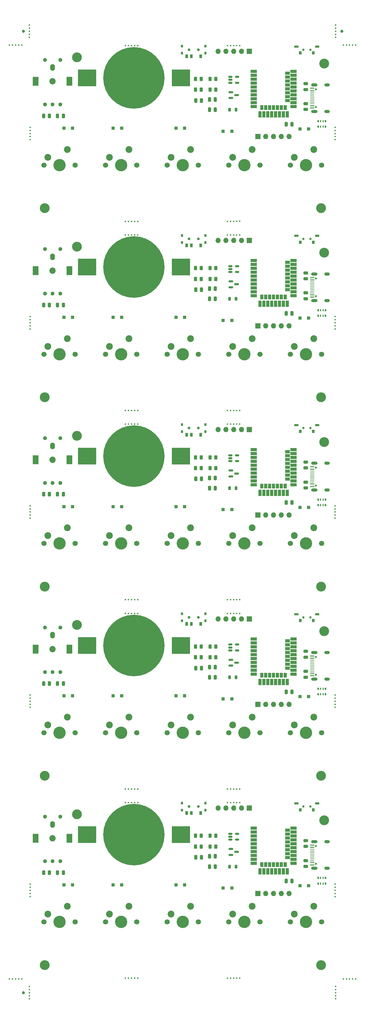
<source format=gbr>
%TF.GenerationSoftware,KiCad,Pcbnew,7.0.5*%
%TF.CreationDate,2023-06-14T21:03:38-05:00*%
%TF.ProjectId,MeetupKeebpanel,4d656574-7570-44b6-9565-6270616e656c,rev?*%
%TF.SameCoordinates,Original*%
%TF.FileFunction,Soldermask,Top*%
%TF.FilePolarity,Negative*%
%FSLAX46Y46*%
G04 Gerber Fmt 4.6, Leading zero omitted, Abs format (unit mm)*
G04 Created by KiCad (PCBNEW 7.0.5) date 2023-06-14 21:03:38*
%MOMM*%
%LPD*%
G01*
G04 APERTURE LIST*
G04 Aperture macros list*
%AMRoundRect*
0 Rectangle with rounded corners*
0 $1 Rounding radius*
0 $2 $3 $4 $5 $6 $7 $8 $9 X,Y pos of 4 corners*
0 Add a 4 corners polygon primitive as box body*
4,1,4,$2,$3,$4,$5,$6,$7,$8,$9,$2,$3,0*
0 Add four circle primitives for the rounded corners*
1,1,$1+$1,$2,$3*
1,1,$1+$1,$4,$5*
1,1,$1+$1,$6,$7*
1,1,$1+$1,$8,$9*
0 Add four rect primitives between the rounded corners*
20,1,$1+$1,$2,$3,$4,$5,0*
20,1,$1+$1,$4,$5,$6,$7,0*
20,1,$1+$1,$6,$7,$8,$9,0*
20,1,$1+$1,$8,$9,$2,$3,0*%
G04 Aperture macros list end*
%ADD10C,0.500000*%
%ADD11C,3.200000*%
%ADD12RoundRect,0.250000X-0.300000X-0.300000X0.300000X-0.300000X0.300000X0.300000X-0.300000X0.300000X0*%
%ADD13C,1.700000*%
%ADD14C,4.000000*%
%ADD15C,2.200000*%
%ADD16C,1.000000*%
%ADD17R,1.700000X1.700000*%
%ADD18O,1.700000X1.700000*%
%ADD19RoundRect,0.250000X0.250000X0.475000X-0.250000X0.475000X-0.250000X-0.475000X0.250000X-0.475000X0*%
%ADD20RoundRect,0.250000X-0.250000X-0.475000X0.250000X-0.475000X0.250000X0.475000X-0.250000X0.475000X0*%
%ADD21R,1.450000X0.800000*%
%ADD22C,0.750000*%
%ADD23R,0.900000X1.000000*%
%ADD24R,1.900000X3.000000*%
%ADD25O,1.550000X2.200000*%
%ADD26C,2.050000*%
%ADD27C,1.300000*%
%ADD28C,0.650000*%
%ADD29R,1.400000X0.250000*%
%ADD30O,2.100000X1.000000*%
%ADD31O,1.800000X1.000000*%
%ADD32RoundRect,0.250000X-0.262500X-0.450000X0.262500X-0.450000X0.262500X0.450000X-0.262500X0.450000X0*%
%ADD33RoundRect,0.150000X-0.512500X-0.150000X0.512500X-0.150000X0.512500X0.150000X-0.512500X0.150000X0*%
%ADD34R,0.500000X0.800000*%
%ADD35R,0.400000X0.800000*%
%ADD36R,2.000000X1.000000*%
%ADD37R,1.000000X2.000000*%
%ADD38R,1.000000X1.500000*%
%ADD39R,1.500000X1.000000*%
%ADD40C,0.900000*%
%ADD41R,0.900000X1.250000*%
%ADD42R,0.800000X0.900000*%
%ADD43RoundRect,0.150000X-0.587500X-0.150000X0.587500X-0.150000X0.587500X0.150000X-0.587500X0.150000X0*%
%ADD44RoundRect,0.250000X0.475000X-0.250000X0.475000X0.250000X-0.475000X0.250000X-0.475000X-0.250000X0*%
%ADD45RoundRect,0.250000X-0.475000X0.250000X-0.475000X-0.250000X0.475000X-0.250000X0.475000X0.250000X0*%
%ADD46R,6.000000X5.500000*%
%ADD47C,20.000000*%
%ADD48RoundRect,0.218750X-0.218750X-0.381250X0.218750X-0.381250X0.218750X0.381250X-0.218750X0.381250X0*%
G04 APERTURE END LIST*
D10*
%TO.C,REF\u002A\u002A*%
X198157968Y-54749851D03*
%TD*%
D11*
%TO.C,REF\u002A\u002A*%
X103625000Y-326000000D03*
%TD*%
D12*
%TO.C,D6*%
X146362500Y-177000000D03*
X149162500Y-177000000D03*
%TD*%
D13*
%TO.C,SW6*%
X123415000Y-312000000D03*
D14*
X128495000Y-312000000D03*
D13*
X133575000Y-312000000D03*
D15*
X131035000Y-306920000D03*
X124685000Y-309460000D03*
%TD*%
D10*
%TO.C,REF\u002A\u002A*%
X96125000Y-27000000D03*
%TD*%
D13*
%TO.C,SW6*%
X123415000Y-250500000D03*
D14*
X128495000Y-250500000D03*
D13*
X133575000Y-250500000D03*
D15*
X131035000Y-245420000D03*
X124685000Y-247960000D03*
%TD*%
D10*
%TO.C,REF\u002A\u002A*%
X198156471Y-179749850D03*
%TD*%
D16*
%TO.C,REF\u002A\u002A*%
X96625000Y-22500000D03*
%TD*%
D13*
%TO.C,SW10*%
X163555000Y-189000000D03*
D14*
X168635000Y-189000000D03*
D13*
X173715000Y-189000000D03*
D15*
X171175000Y-183920000D03*
X164825000Y-186460000D03*
%TD*%
D10*
%TO.C,REF\u002A\u002A*%
X98625000Y-20500000D03*
%TD*%
%TO.C,REF\u002A\u002A*%
X166125000Y-273200000D03*
%TD*%
D17*
%TO.C,J1*%
X173005000Y-179750000D03*
D18*
X175545000Y-179750000D03*
X178085000Y-179750000D03*
X180625000Y-179750000D03*
X183165000Y-179750000D03*
%TD*%
D19*
%TO.C,C10*%
X105162500Y-111500000D03*
X103262500Y-111500000D03*
%TD*%
D10*
%TO.C,REF\u002A\u002A*%
X203875000Y-27000000D03*
%TD*%
%TO.C,REF\u002A\u002A*%
X93125000Y-330500000D03*
%TD*%
D13*
%TO.C,SW7*%
X143485000Y-250500000D03*
D14*
X148565000Y-250500000D03*
D13*
X153645000Y-250500000D03*
D15*
X151105000Y-245420000D03*
X144755000Y-247960000D03*
%TD*%
D10*
%TO.C,REF\u002A\u002A*%
X164124920Y-207276037D03*
%TD*%
%TO.C,REF\u002A\u002A*%
X167124920Y-268774849D03*
%TD*%
D20*
%TO.C,C7*%
X157262500Y-106180000D03*
X159162500Y-106180000D03*
%TD*%
D13*
%TO.C,SW13*%
X183625000Y-127500000D03*
D14*
X188705000Y-127500000D03*
D13*
X193785000Y-127500000D03*
D15*
X191245000Y-122420000D03*
X184895000Y-124960000D03*
%TD*%
D10*
%TO.C,REF\u002A\u002A*%
X132875000Y-150200000D03*
%TD*%
D21*
%TO.C,SW1*%
X192350000Y-27500000D03*
D22*
X190125000Y-28500000D03*
X187825000Y-28500000D03*
D21*
X185600000Y-27500000D03*
D23*
X191075000Y-29550000D03*
X186875000Y-29550000D03*
%TD*%
D24*
%TO.C,SW2*%
X100662500Y-161800000D03*
D25*
X106162500Y-157300000D03*
D26*
X106162500Y-161800000D03*
D24*
X111662500Y-161800000D03*
D27*
X103662500Y-169300000D03*
X108662500Y-169300000D03*
X106162500Y-169300000D03*
X103662500Y-154800000D03*
X108662500Y-154800000D03*
%TD*%
D10*
%TO.C,REF\u002A\u002A*%
X130874921Y-145789206D03*
%TD*%
D13*
%TO.C,SW10*%
X163555000Y-66000000D03*
D14*
X168635000Y-66000000D03*
D13*
X173715000Y-66000000D03*
D15*
X171175000Y-60920000D03*
X164825000Y-63460000D03*
%TD*%
D28*
%TO.C,P1*%
X191937500Y-170140000D03*
X191937500Y-164360000D03*
D29*
X190737500Y-170575000D03*
X190737500Y-169775000D03*
X190737500Y-168500000D03*
X190737500Y-167500000D03*
X190737500Y-167000000D03*
X190737500Y-169000000D03*
X190737500Y-164725000D03*
X190737500Y-163925000D03*
X190737500Y-164175000D03*
X190737500Y-164975000D03*
X190737500Y-165500000D03*
X190737500Y-166500000D03*
X190737500Y-168000000D03*
X190737500Y-166000000D03*
X190737500Y-169525000D03*
X190737500Y-170325000D03*
D30*
X191437500Y-171570000D03*
D31*
X195587500Y-171570000D03*
D30*
X191437500Y-162930000D03*
D31*
X195587500Y-162930000D03*
%TD*%
D10*
%TO.C,REF\u002A\u002A*%
X166124920Y-268775245D03*
%TD*%
%TO.C,REF\u002A\u002A*%
X98825000Y-57750000D03*
%TD*%
%TO.C,REF\u002A\u002A*%
X165124920Y-268775641D03*
%TD*%
D20*
%TO.C,C8*%
X157262500Y-294000000D03*
X159162500Y-294000000D03*
%TD*%
D32*
%TO.C,C5*%
X152750000Y-284000000D03*
X154575000Y-284000000D03*
%TD*%
D10*
%TO.C,REF\u002A\u002A*%
X198157219Y-240249850D03*
%TD*%
D13*
%TO.C,SW7*%
X143485000Y-127500000D03*
D14*
X148565000Y-127500000D03*
D13*
X153645000Y-127500000D03*
D15*
X151105000Y-122420000D03*
X144755000Y-124960000D03*
%TD*%
D21*
%TO.C,SW1*%
X192350000Y-150500000D03*
D22*
X190125000Y-151500000D03*
X187825000Y-151500000D03*
D21*
X185600000Y-150500000D03*
D23*
X191075000Y-152550000D03*
X186875000Y-152550000D03*
%TD*%
D13*
%TO.C,SW5*%
X103345000Y-250500000D03*
D14*
X108425000Y-250500000D03*
D13*
X113505000Y-250500000D03*
D15*
X110965000Y-245420000D03*
X104615000Y-247960000D03*
%TD*%
D10*
%TO.C,REF\u002A\u002A*%
X131874921Y-330288810D03*
%TD*%
%TO.C,REF\u002A\u002A*%
X95125000Y-330500000D03*
%TD*%
%TO.C,REF\u002A\u002A*%
X132875000Y-27200000D03*
%TD*%
D11*
%TO.C,REF\u002A\u002A*%
X194625000Y-156000000D03*
%TD*%
D10*
%TO.C,REF\u002A\u002A*%
X166124920Y-330275245D03*
%TD*%
%TO.C,REF\u002A\u002A*%
X164125000Y-211700000D03*
%TD*%
D17*
%TO.C,J2*%
X170205000Y-90500000D03*
D18*
X167665000Y-90500000D03*
X165125000Y-90500000D03*
X162585000Y-90500000D03*
X160045000Y-90500000D03*
%TD*%
D33*
%TO.C,U2*%
X164025000Y-283350000D03*
X164025000Y-284300000D03*
X164025000Y-285250000D03*
X166300000Y-285250000D03*
X166300000Y-283350000D03*
%TD*%
D17*
%TO.C,J2*%
X170205000Y-275000000D03*
D18*
X167665000Y-275000000D03*
X165125000Y-275000000D03*
X162585000Y-275000000D03*
X160045000Y-275000000D03*
%TD*%
D20*
%TO.C,C4*%
X152762500Y-45000000D03*
X154662500Y-45000000D03*
%TD*%
D10*
%TO.C,REF\u002A\u002A*%
X166124920Y-207275245D03*
%TD*%
D19*
%TO.C,C10*%
X105162500Y-173000000D03*
X103262500Y-173000000D03*
%TD*%
D10*
%TO.C,REF\u002A\u002A*%
X94125000Y-27000000D03*
%TD*%
%TO.C,REF\u002A\u002A*%
X198157968Y-116249850D03*
%TD*%
D34*
%TO.C,RN1*%
X192675000Y-53500000D03*
D35*
X193475000Y-53500000D03*
X194275000Y-53500000D03*
D34*
X195075000Y-53500000D03*
X195075000Y-51700000D03*
D35*
X194275000Y-51700000D03*
X193475000Y-51700000D03*
D34*
X192675000Y-51700000D03*
%TD*%
D10*
%TO.C,REF\u002A\u002A*%
X198158717Y-176749850D03*
%TD*%
%TO.C,REF\u002A\u002A*%
X167125000Y-27200000D03*
%TD*%
%TO.C,REF\u002A\u002A*%
X129874921Y-330289602D03*
%TD*%
%TO.C,REF\u002A\u002A*%
X98825000Y-238250000D03*
%TD*%
%TO.C,REF\u002A\u002A*%
X98825000Y-242250000D03*
%TD*%
%TO.C,REF\u002A\u002A*%
X163124920Y-207276433D03*
%TD*%
D16*
%TO.C,REF\u002A\u002A*%
X200375000Y-22500000D03*
%TD*%
D10*
%TO.C,REF\u002A\u002A*%
X131875000Y-273200000D03*
%TD*%
D17*
%TO.C,J1*%
X173005000Y-302750000D03*
D18*
X175545000Y-302750000D03*
X178085000Y-302750000D03*
X180625000Y-302750000D03*
X183165000Y-302750000D03*
%TD*%
D10*
%TO.C,REF\u002A\u002A*%
X132874921Y-207288414D03*
%TD*%
D12*
%TO.C,D4*%
X109862500Y-238500000D03*
X112662500Y-238500000D03*
%TD*%
D10*
%TO.C,REF\u002A\u002A*%
X166124920Y-84275245D03*
%TD*%
D24*
%TO.C,SW2*%
X100662500Y-38800000D03*
D25*
X106162500Y-34300000D03*
D26*
X106162500Y-38800000D03*
D24*
X111662500Y-38800000D03*
D27*
X103662500Y-46300000D03*
X108662500Y-46300000D03*
X106162500Y-46300000D03*
X103662500Y-31800000D03*
X108662500Y-31800000D03*
%TD*%
D10*
%TO.C,REF\u002A\u002A*%
X132875000Y-88700000D03*
%TD*%
D11*
%TO.C,REF\u002A\u002A*%
X114125000Y-154000000D03*
%TD*%
D32*
%TO.C,R2*%
X157450000Y-38000000D03*
X159275000Y-38000000D03*
%TD*%
D10*
%TO.C,REF\u002A\u002A*%
X198156471Y-302749850D03*
%TD*%
%TO.C,REF\u002A\u002A*%
X167124920Y-84274849D03*
%TD*%
%TO.C,REF\u002A\u002A*%
X198375000Y-333000000D03*
%TD*%
%TO.C,REF\u002A\u002A*%
X198155722Y-242249850D03*
%TD*%
%TO.C,REF\u002A\u002A*%
X132874921Y-330288414D03*
%TD*%
D13*
%TO.C,SW5*%
X103345000Y-189000000D03*
D14*
X108425000Y-189000000D03*
D13*
X113505000Y-189000000D03*
D15*
X110965000Y-183920000D03*
X104615000Y-186460000D03*
%TD*%
D19*
%TO.C,C10*%
X105162500Y-234500000D03*
X103262500Y-234500000D03*
%TD*%
D10*
%TO.C,REF\u002A\u002A*%
X98625000Y-335000000D03*
%TD*%
D20*
%TO.C,C4*%
X152762500Y-168000000D03*
X154662500Y-168000000D03*
%TD*%
D36*
%TO.C,U1*%
X171662500Y-35510000D03*
X171662500Y-36780000D03*
X171662500Y-38060000D03*
X171662500Y-39320000D03*
X171662500Y-40590000D03*
X171662500Y-41860000D03*
X171662500Y-43130000D03*
X171662500Y-44400000D03*
X171662500Y-45670000D03*
X171662500Y-46940000D03*
D37*
X173712500Y-49530000D03*
D38*
X174332500Y-47340000D03*
D37*
X174982500Y-49530000D03*
D38*
X175602500Y-47340000D03*
D37*
X176252500Y-49530000D03*
D38*
X176872500Y-47340000D03*
D37*
X177522500Y-49530000D03*
D38*
X178142500Y-47340000D03*
D37*
X178792500Y-49530000D03*
D38*
X179412500Y-47340000D03*
D37*
X180062500Y-49530000D03*
D38*
X180682500Y-47340000D03*
D37*
X181332500Y-49530000D03*
D38*
X181952500Y-47340000D03*
D37*
X182602500Y-49530000D03*
D36*
X184662500Y-46940000D03*
X184662500Y-45670000D03*
D39*
X182652500Y-45040000D03*
D36*
X184662500Y-44400000D03*
D39*
X182652500Y-43770000D03*
D36*
X184662500Y-43130000D03*
D39*
X182652500Y-42500000D03*
D36*
X184662500Y-41860000D03*
D39*
X182652500Y-41230000D03*
D36*
X184662500Y-40590000D03*
D39*
X182652500Y-39960000D03*
D36*
X184662500Y-39320000D03*
D39*
X182652500Y-38690000D03*
D36*
X184662500Y-38050000D03*
D39*
X182652500Y-37420000D03*
D36*
X184662500Y-36780000D03*
D39*
X182652500Y-36150000D03*
D36*
X184662500Y-35510000D03*
%TD*%
D12*
%TO.C,D12*%
X186725000Y-54250000D03*
X189525000Y-54250000D03*
%TD*%
D10*
%TO.C,REF\u002A\u002A*%
X98825000Y-119250000D03*
%TD*%
D17*
%TO.C,J2*%
X170205000Y-152000000D03*
D18*
X167665000Y-152000000D03*
X165125000Y-152000000D03*
X162585000Y-152000000D03*
X160045000Y-152000000D03*
%TD*%
D10*
%TO.C,REF\u002A\u002A*%
X165124920Y-145775641D03*
%TD*%
D40*
%TO.C,Power1*%
X150620000Y-28500000D03*
X153620000Y-28500000D03*
D41*
X149870000Y-30625000D03*
X151370000Y-30625000D03*
X154370000Y-30625000D03*
D42*
X148320000Y-27350000D03*
X148320000Y-29650000D03*
X155920000Y-27350000D03*
X155930000Y-29650000D03*
%TD*%
D19*
%TO.C,C9*%
X109662500Y-50000000D03*
X107762500Y-50000000D03*
%TD*%
D10*
%TO.C,REF\u002A\u002A*%
X98825000Y-179750000D03*
%TD*%
%TO.C,REF\u002A\u002A*%
X98825000Y-301750000D03*
%TD*%
D24*
%TO.C,SW2*%
X100662500Y-223300000D03*
D25*
X106162500Y-218800000D03*
D26*
X106162500Y-223300000D03*
D24*
X111662500Y-223300000D03*
D27*
X103662500Y-230800000D03*
X108662500Y-230800000D03*
X106162500Y-230800000D03*
X103662500Y-216300000D03*
X108662500Y-216300000D03*
%TD*%
D13*
%TO.C,SW7*%
X143485000Y-312000000D03*
D14*
X148565000Y-312000000D03*
D13*
X153645000Y-312000000D03*
D15*
X151105000Y-306920000D03*
X144755000Y-309460000D03*
%TD*%
D10*
%TO.C,REF\u002A\u002A*%
X198375000Y-22500000D03*
%TD*%
%TO.C,REF\u002A\u002A*%
X98625000Y-334000000D03*
%TD*%
%TO.C,REF\u002A\u002A*%
X204875000Y-330500000D03*
%TD*%
D20*
%TO.C,C7*%
X157262500Y-290680000D03*
X159162500Y-290680000D03*
%TD*%
D11*
%TO.C,REF\u002A\u002A*%
X193625000Y-141500000D03*
%TD*%
D10*
%TO.C,REF\u002A\u002A*%
X131874921Y-207288810D03*
%TD*%
%TO.C,REF\u002A\u002A*%
X198375000Y-20500000D03*
%TD*%
D20*
%TO.C,C3*%
X182225000Y-298700000D03*
X184125000Y-298700000D03*
%TD*%
D12*
%TO.C,D4*%
X109862500Y-54000000D03*
X112662500Y-54000000D03*
%TD*%
D11*
%TO.C,REF\u002A\u002A*%
X193625000Y-80000000D03*
%TD*%
D10*
%TO.C,REF\u002A\u002A*%
X198158717Y-299749850D03*
%TD*%
D21*
%TO.C,SW1*%
X192350000Y-89000000D03*
D22*
X190125000Y-90000000D03*
X187825000Y-90000000D03*
D21*
X185600000Y-89000000D03*
D23*
X191075000Y-91050000D03*
X186875000Y-91050000D03*
%TD*%
D10*
%TO.C,REF\u002A\u002A*%
X131875000Y-211700000D03*
%TD*%
%TO.C,REF\u002A\u002A*%
X167125000Y-88700000D03*
%TD*%
D11*
%TO.C,REF\u002A\u002A*%
X114125000Y-277000000D03*
%TD*%
D40*
%TO.C,Power1*%
X150620000Y-213000000D03*
X153620000Y-213000000D03*
D41*
X149870000Y-215125000D03*
X151370000Y-215125000D03*
X154370000Y-215125000D03*
D42*
X148320000Y-211850000D03*
X148320000Y-214150000D03*
X155920000Y-211850000D03*
X155930000Y-214150000D03*
%TD*%
D10*
%TO.C,REF\u002A\u002A*%
X167124920Y-330274849D03*
%TD*%
D21*
%TO.C,SW1*%
X192350000Y-273500000D03*
D22*
X190125000Y-274500000D03*
X187825000Y-274500000D03*
D21*
X185600000Y-273500000D03*
D23*
X191075000Y-275550000D03*
X186875000Y-275550000D03*
%TD*%
D43*
%TO.C,U3*%
X164187500Y-226800000D03*
X164187500Y-228700000D03*
X166062500Y-227750000D03*
%TD*%
D12*
%TO.C,D12*%
X186725000Y-177250000D03*
X189525000Y-177250000D03*
%TD*%
D33*
%TO.C,U2*%
X164025000Y-160350000D03*
X164025000Y-161300000D03*
X164025000Y-162250000D03*
X166300000Y-162250000D03*
X166300000Y-160350000D03*
%TD*%
D10*
%TO.C,REF\u002A\u002A*%
X198157219Y-301749850D03*
%TD*%
D11*
%TO.C,REF\u002A\u002A*%
X194625000Y-33000000D03*
%TD*%
D10*
%TO.C,REF\u002A\u002A*%
X95125000Y-27000000D03*
%TD*%
D12*
%TO.C,D5*%
X125862500Y-300000000D03*
X128662500Y-300000000D03*
%TD*%
D32*
%TO.C,C6*%
X152750000Y-103000000D03*
X154575000Y-103000000D03*
%TD*%
D10*
%TO.C,REF\u002A\u002A*%
X203875000Y-330500000D03*
%TD*%
D44*
%TO.C,C1*%
X188625000Y-225950000D03*
X188625000Y-224050000D03*
%TD*%
D34*
%TO.C,RN1*%
X192675000Y-238000000D03*
D35*
X193475000Y-238000000D03*
X194275000Y-238000000D03*
D34*
X195075000Y-238000000D03*
X195075000Y-236200000D03*
D35*
X194275000Y-236200000D03*
X193475000Y-236200000D03*
D34*
X192675000Y-236200000D03*
%TD*%
D10*
%TO.C,REF\u002A\u002A*%
X198375000Y-334000000D03*
%TD*%
%TO.C,REF\u002A\u002A*%
X133874921Y-207288018D03*
%TD*%
%TO.C,REF\u002A\u002A*%
X165125000Y-150200000D03*
%TD*%
D43*
%TO.C,U3*%
X164187500Y-165300000D03*
X164187500Y-167200000D03*
X166062500Y-166250000D03*
%TD*%
D12*
%TO.C,D6*%
X146362500Y-54000000D03*
X149162500Y-54000000D03*
%TD*%
%TO.C,D5*%
X125862500Y-177000000D03*
X128662500Y-177000000D03*
%TD*%
D20*
%TO.C,C4*%
X152762500Y-106500000D03*
X154662500Y-106500000D03*
%TD*%
D12*
%TO.C,D6*%
X146362500Y-300000000D03*
X149162500Y-300000000D03*
%TD*%
D10*
%TO.C,REF\u002A\u002A*%
X166125000Y-88700000D03*
%TD*%
D13*
%TO.C,SW5*%
X103345000Y-66000000D03*
D14*
X108425000Y-66000000D03*
D13*
X113505000Y-66000000D03*
D15*
X110965000Y-60920000D03*
X104615000Y-63460000D03*
%TD*%
D17*
%TO.C,J1*%
X173005000Y-118250000D03*
D18*
X175545000Y-118250000D03*
X178085000Y-118250000D03*
X180625000Y-118250000D03*
X183165000Y-118250000D03*
%TD*%
D32*
%TO.C,C5*%
X152750000Y-161000000D03*
X154575000Y-161000000D03*
%TD*%
%TO.C,C6*%
X152750000Y-164500000D03*
X154575000Y-164500000D03*
%TD*%
D12*
%TO.C,D12*%
X186725000Y-115750000D03*
X189525000Y-115750000D03*
%TD*%
D17*
%TO.C,J2*%
X170205000Y-213500000D03*
D18*
X167665000Y-213500000D03*
X165125000Y-213500000D03*
X162585000Y-213500000D03*
X160045000Y-213500000D03*
%TD*%
D40*
%TO.C,Power1*%
X150620000Y-151500000D03*
X153620000Y-151500000D03*
D41*
X149870000Y-153625000D03*
X151370000Y-153625000D03*
X154370000Y-153625000D03*
D42*
X148320000Y-150350000D03*
X148320000Y-152650000D03*
X155920000Y-150350000D03*
X155930000Y-152650000D03*
%TD*%
D10*
%TO.C,REF\u002A\u002A*%
X96125000Y-330500000D03*
%TD*%
%TO.C,REF\u002A\u002A*%
X198155722Y-119249850D03*
%TD*%
%TO.C,REF\u002A\u002A*%
X98825000Y-55750000D03*
%TD*%
D24*
%TO.C,SW2*%
X100662500Y-284800000D03*
D25*
X106162500Y-280300000D03*
D26*
X106162500Y-284800000D03*
D24*
X111662500Y-284800000D03*
D27*
X103662500Y-292300000D03*
X108662500Y-292300000D03*
X106162500Y-292300000D03*
X103662500Y-277800000D03*
X108662500Y-277800000D03*
%TD*%
D13*
%TO.C,SW13*%
X183625000Y-250500000D03*
D14*
X188705000Y-250500000D03*
D13*
X193785000Y-250500000D03*
D15*
X191245000Y-245420000D03*
X184895000Y-247960000D03*
%TD*%
D11*
%TO.C,REF\u002A\u002A*%
X193625000Y-326000000D03*
%TD*%
D45*
%TO.C,C2*%
X188625000Y-107550000D03*
X188625000Y-109450000D03*
%TD*%
D10*
%TO.C,REF\u002A\u002A*%
X198157968Y-300749850D03*
%TD*%
D32*
%TO.C,R2*%
X157450000Y-222500000D03*
X159275000Y-222500000D03*
%TD*%
D10*
%TO.C,REF\u002A\u002A*%
X98625000Y-336000000D03*
%TD*%
%TO.C,REF\u002A\u002A*%
X198156471Y-118249850D03*
%TD*%
D20*
%TO.C,C7*%
X157262500Y-229180000D03*
X159162500Y-229180000D03*
%TD*%
D44*
%TO.C,C1*%
X188625000Y-287450000D03*
X188625000Y-285550000D03*
%TD*%
D10*
%TO.C,REF\u002A\u002A*%
X165124920Y-207275641D03*
%TD*%
D32*
%TO.C,R3*%
X157450000Y-41500000D03*
X159275000Y-41500000D03*
%TD*%
D10*
%TO.C,REF\u002A\u002A*%
X131874921Y-84288810D03*
%TD*%
D12*
%TO.C,D5*%
X125862500Y-54000000D03*
X128662500Y-54000000D03*
%TD*%
D10*
%TO.C,REF\u002A\u002A*%
X133875000Y-273200000D03*
%TD*%
D11*
%TO.C,REF\u002A\u002A*%
X114125000Y-31000000D03*
%TD*%
D10*
%TO.C,REF\u002A\u002A*%
X133874921Y-145788018D03*
%TD*%
%TO.C,REF\u002A\u002A*%
X93125000Y-27000000D03*
%TD*%
%TO.C,REF\u002A\u002A*%
X133875000Y-211700000D03*
%TD*%
%TO.C,REF\u002A\u002A*%
X131875000Y-88700000D03*
%TD*%
D19*
%TO.C,C9*%
X109662500Y-296000000D03*
X107762500Y-296000000D03*
%TD*%
D10*
%TO.C,REF\u002A\u002A*%
X98825000Y-303750000D03*
%TD*%
D12*
%TO.C,D4*%
X109862500Y-177000000D03*
X112662500Y-177000000D03*
%TD*%
D32*
%TO.C,C6*%
X152750000Y-287500000D03*
X154575000Y-287500000D03*
%TD*%
D10*
%TO.C,REF\u002A\u002A*%
X166125000Y-27200000D03*
%TD*%
%TO.C,REF\u002A\u002A*%
X98825000Y-180750000D03*
%TD*%
D43*
%TO.C,U3*%
X164187500Y-288300000D03*
X164187500Y-290200000D03*
X166062500Y-289250000D03*
%TD*%
D11*
%TO.C,REF\u002A\u002A*%
X103625000Y-80000000D03*
%TD*%
D32*
%TO.C,C5*%
X152750000Y-38000000D03*
X154575000Y-38000000D03*
%TD*%
D10*
%TO.C,REF\u002A\u002A*%
X201875000Y-330500000D03*
%TD*%
%TO.C,REF\u002A\u002A*%
X130874921Y-84289206D03*
%TD*%
%TO.C,REF\u002A\u002A*%
X133875000Y-27200000D03*
%TD*%
D32*
%TO.C,R3*%
X157450000Y-226000000D03*
X159275000Y-226000000D03*
%TD*%
D46*
%TO.C,BT1*%
X147975000Y-99125000D03*
X117375000Y-99125000D03*
D47*
X132675000Y-99125000D03*
%TD*%
D10*
%TO.C,REF\u002A\u002A*%
X98825000Y-239250000D03*
%TD*%
D12*
%TO.C,D4*%
X109862500Y-115500000D03*
X112662500Y-115500000D03*
%TD*%
D13*
%TO.C,SW6*%
X123415000Y-127500000D03*
D14*
X128495000Y-127500000D03*
D13*
X133575000Y-127500000D03*
D15*
X131035000Y-122420000D03*
X124685000Y-124960000D03*
%TD*%
D10*
%TO.C,REF\u002A\u002A*%
X98825000Y-178750000D03*
%TD*%
%TO.C,REF\u002A\u002A*%
X164125000Y-273200000D03*
%TD*%
%TO.C,REF\u002A\u002A*%
X132874921Y-268788414D03*
%TD*%
D32*
%TO.C,C5*%
X152750000Y-99500000D03*
X154575000Y-99500000D03*
%TD*%
D10*
%TO.C,REF\u002A\u002A*%
X129875000Y-88700000D03*
%TD*%
D36*
%TO.C,U1*%
X171662500Y-281510000D03*
X171662500Y-282780000D03*
X171662500Y-284060000D03*
X171662500Y-285320000D03*
X171662500Y-286590000D03*
X171662500Y-287860000D03*
X171662500Y-289130000D03*
X171662500Y-290400000D03*
X171662500Y-291670000D03*
X171662500Y-292940000D03*
D37*
X173712500Y-295530000D03*
D38*
X174332500Y-293340000D03*
D37*
X174982500Y-295530000D03*
D38*
X175602500Y-293340000D03*
D37*
X176252500Y-295530000D03*
D38*
X176872500Y-293340000D03*
D37*
X177522500Y-295530000D03*
D38*
X178142500Y-293340000D03*
D37*
X178792500Y-295530000D03*
D38*
X179412500Y-293340000D03*
D37*
X180062500Y-295530000D03*
D38*
X180682500Y-293340000D03*
D37*
X181332500Y-295530000D03*
D38*
X181952500Y-293340000D03*
D37*
X182602500Y-295530000D03*
D36*
X184662500Y-292940000D03*
X184662500Y-291670000D03*
D39*
X182652500Y-291040000D03*
D36*
X184662500Y-290400000D03*
D39*
X182652500Y-289770000D03*
D36*
X184662500Y-289130000D03*
D39*
X182652500Y-288500000D03*
D36*
X184662500Y-287860000D03*
D39*
X182652500Y-287230000D03*
D36*
X184662500Y-286590000D03*
D39*
X182652500Y-285960000D03*
D36*
X184662500Y-285320000D03*
D39*
X182652500Y-284690000D03*
D36*
X184662500Y-284050000D03*
D39*
X182652500Y-283420000D03*
D36*
X184662500Y-282780000D03*
D39*
X182652500Y-282150000D03*
D36*
X184662500Y-281510000D03*
%TD*%
D10*
%TO.C,REF\u002A\u002A*%
X198375000Y-336000000D03*
%TD*%
D13*
%TO.C,SW7*%
X143485000Y-189000000D03*
D14*
X148565000Y-189000000D03*
D13*
X153645000Y-189000000D03*
D15*
X151105000Y-183920000D03*
X144755000Y-186460000D03*
%TD*%
D19*
%TO.C,C10*%
X105162500Y-296000000D03*
X103262500Y-296000000D03*
%TD*%
D10*
%TO.C,REF\u002A\u002A*%
X198157968Y-239249850D03*
%TD*%
%TO.C,REF\u002A\u002A*%
X132874921Y-145788414D03*
%TD*%
%TO.C,REF\u002A\u002A*%
X98825000Y-54750000D03*
%TD*%
%TO.C,REF\u002A\u002A*%
X98825000Y-299750000D03*
%TD*%
D19*
%TO.C,C10*%
X105162500Y-50000000D03*
X103262500Y-50000000D03*
%TD*%
D11*
%TO.C,REF\u002A\u002A*%
X194625000Y-279000000D03*
%TD*%
D10*
%TO.C,REF\u002A\u002A*%
X98625000Y-21500000D03*
%TD*%
%TO.C,REF\u002A\u002A*%
X164124920Y-145776037D03*
%TD*%
D20*
%TO.C,C3*%
X182225000Y-114200000D03*
X184125000Y-114200000D03*
%TD*%
D10*
%TO.C,REF\u002A\u002A*%
X202875000Y-330500000D03*
%TD*%
%TO.C,REF\u002A\u002A*%
X129874921Y-145789602D03*
%TD*%
%TO.C,REF\u002A\u002A*%
X98825000Y-300750000D03*
%TD*%
%TO.C,REF\u002A\u002A*%
X164124920Y-330276037D03*
%TD*%
D46*
%TO.C,BT1*%
X147975000Y-37625000D03*
X117375000Y-37625000D03*
D47*
X132675000Y-37625000D03*
%TD*%
D10*
%TO.C,REF\u002A\u002A*%
X198375000Y-21500000D03*
%TD*%
%TO.C,REF\u002A\u002A*%
X98625000Y-24500000D03*
%TD*%
D11*
%TO.C,REF\u002A\u002A*%
X103625000Y-264500000D03*
%TD*%
D10*
%TO.C,REF\u002A\u002A*%
X165125000Y-273200000D03*
%TD*%
%TO.C,REF\u002A\u002A*%
X130875000Y-27200000D03*
%TD*%
D12*
%TO.C,D5*%
X125862500Y-115500000D03*
X128662500Y-115500000D03*
%TD*%
D10*
%TO.C,REF\u002A\u002A*%
X131875000Y-27200000D03*
%TD*%
D44*
%TO.C,C1*%
X188625000Y-102950000D03*
X188625000Y-101050000D03*
%TD*%
D10*
%TO.C,REF\u002A\u002A*%
X200875000Y-27000000D03*
%TD*%
%TO.C,REF\u002A\u002A*%
X98625000Y-23500000D03*
%TD*%
%TO.C,REF\u002A\u002A*%
X98825000Y-116250000D03*
%TD*%
%TO.C,REF\u002A\u002A*%
X92125000Y-330500000D03*
%TD*%
D40*
%TO.C,Power1*%
X150620000Y-274500000D03*
X153620000Y-274500000D03*
D41*
X149870000Y-276625000D03*
X151370000Y-276625000D03*
X154370000Y-276625000D03*
D42*
X148320000Y-273350000D03*
X148320000Y-275650000D03*
X155920000Y-273350000D03*
X155930000Y-275650000D03*
%TD*%
D10*
%TO.C,REF\u002A\u002A*%
X164124920Y-268776037D03*
%TD*%
D32*
%TO.C,C6*%
X152750000Y-226000000D03*
X154575000Y-226000000D03*
%TD*%
D10*
%TO.C,REF\u002A\u002A*%
X129875000Y-211700000D03*
%TD*%
%TO.C,REF\u002A\u002A*%
X163124920Y-84276433D03*
%TD*%
D32*
%TO.C,C6*%
X152750000Y-41500000D03*
X154575000Y-41500000D03*
%TD*%
D13*
%TO.C,SW10*%
X163555000Y-127500000D03*
D14*
X168635000Y-127500000D03*
D13*
X173715000Y-127500000D03*
D15*
X171175000Y-122420000D03*
X164825000Y-124960000D03*
%TD*%
D11*
%TO.C,REF\u002A\u002A*%
X194625000Y-217500000D03*
%TD*%
D13*
%TO.C,SW6*%
X123415000Y-66000000D03*
D14*
X128495000Y-66000000D03*
D13*
X133575000Y-66000000D03*
D15*
X131035000Y-60920000D03*
X124685000Y-63460000D03*
%TD*%
D10*
%TO.C,REF\u002A\u002A*%
X129875000Y-273200000D03*
%TD*%
%TO.C,REF\u002A\u002A*%
X98625000Y-333000000D03*
%TD*%
%TO.C,REF\u002A\u002A*%
X131874921Y-268788810D03*
%TD*%
%TO.C,REF\u002A\u002A*%
X133875000Y-150200000D03*
%TD*%
D28*
%TO.C,P1*%
X191937500Y-231640000D03*
X191937500Y-225860000D03*
D29*
X190737500Y-232075000D03*
X190737500Y-231275000D03*
X190737500Y-230000000D03*
X190737500Y-229000000D03*
X190737500Y-228500000D03*
X190737500Y-230500000D03*
X190737500Y-226225000D03*
X190737500Y-225425000D03*
X190737500Y-225675000D03*
X190737500Y-226475000D03*
X190737500Y-227000000D03*
X190737500Y-228000000D03*
X190737500Y-229500000D03*
X190737500Y-227500000D03*
X190737500Y-231025000D03*
X190737500Y-231825000D03*
D30*
X191437500Y-233070000D03*
D31*
X195587500Y-233070000D03*
D30*
X191437500Y-224430000D03*
D31*
X195587500Y-224430000D03*
%TD*%
D10*
%TO.C,REF\u002A\u002A*%
X198157219Y-117249850D03*
%TD*%
D45*
%TO.C,C2*%
X188625000Y-292050000D03*
X188625000Y-293950000D03*
%TD*%
D21*
%TO.C,SW1*%
X192350000Y-212000000D03*
D22*
X190125000Y-213000000D03*
X187825000Y-213000000D03*
D21*
X185600000Y-212000000D03*
D23*
X191075000Y-214050000D03*
X186875000Y-214050000D03*
%TD*%
D10*
%TO.C,REF\u002A\u002A*%
X165125000Y-27200000D03*
%TD*%
%TO.C,REF\u002A\u002A*%
X163124920Y-330276433D03*
%TD*%
D48*
%TO.C,L1*%
X163812500Y-232500000D03*
X165937500Y-232500000D03*
%TD*%
D12*
%TO.C,D4*%
X109862500Y-300000000D03*
X112662500Y-300000000D03*
%TD*%
D10*
%TO.C,REF\u002A\u002A*%
X98825000Y-117250000D03*
%TD*%
D33*
%TO.C,U2*%
X164025000Y-221850000D03*
X164025000Y-222800000D03*
X164025000Y-223750000D03*
X166300000Y-223750000D03*
X166300000Y-221850000D03*
%TD*%
D10*
%TO.C,REF\u002A\u002A*%
X129874921Y-84289602D03*
%TD*%
D48*
%TO.C,L1*%
X163812500Y-48000000D03*
X165937500Y-48000000D03*
%TD*%
D10*
%TO.C,REF\u002A\u002A*%
X198155722Y-57749850D03*
%TD*%
%TO.C,REF\u002A\u002A*%
X164124920Y-84276037D03*
%TD*%
D11*
%TO.C,REF\u002A\u002A*%
X103625000Y-141500000D03*
%TD*%
D10*
%TO.C,REF\u002A\u002A*%
X163125000Y-27200000D03*
%TD*%
D32*
%TO.C,R2*%
X157450000Y-161000000D03*
X159275000Y-161000000D03*
%TD*%
D10*
%TO.C,REF\u002A\u002A*%
X98825000Y-177750000D03*
%TD*%
D12*
%TO.C,D6*%
X146362500Y-115500000D03*
X149162500Y-115500000D03*
%TD*%
D10*
%TO.C,REF\u002A\u002A*%
X98625000Y-337000000D03*
%TD*%
D20*
%TO.C,C3*%
X182225000Y-175700000D03*
X184125000Y-175700000D03*
%TD*%
D10*
%TO.C,REF\u002A\u002A*%
X130875000Y-150200000D03*
%TD*%
D11*
%TO.C,REF\u002A\u002A*%
X114125000Y-215500000D03*
%TD*%
D10*
%TO.C,REF\u002A\u002A*%
X167125000Y-211700000D03*
%TD*%
%TO.C,REF\u002A\u002A*%
X92125000Y-27000000D03*
%TD*%
D32*
%TO.C,R3*%
X157450000Y-164500000D03*
X159275000Y-164500000D03*
%TD*%
D17*
%TO.C,J1*%
X173005000Y-241250000D03*
D18*
X175545000Y-241250000D03*
X178085000Y-241250000D03*
X180625000Y-241250000D03*
X183165000Y-241250000D03*
%TD*%
D45*
%TO.C,C2*%
X188625000Y-169050000D03*
X188625000Y-170950000D03*
%TD*%
D10*
%TO.C,REF\u002A\u002A*%
X132875000Y-273200000D03*
%TD*%
%TO.C,REF\u002A\u002A*%
X98825000Y-53750000D03*
%TD*%
D33*
%TO.C,U2*%
X164025000Y-37350000D03*
X164025000Y-38300000D03*
X164025000Y-39250000D03*
X166300000Y-39250000D03*
X166300000Y-37350000D03*
%TD*%
D19*
%TO.C,C9*%
X109662500Y-173000000D03*
X107762500Y-173000000D03*
%TD*%
D32*
%TO.C,R3*%
X157450000Y-103000000D03*
X159275000Y-103000000D03*
%TD*%
D10*
%TO.C,REF\u002A\u002A*%
X204875000Y-27000000D03*
%TD*%
%TO.C,REF\u002A\u002A*%
X98825000Y-176750000D03*
%TD*%
%TO.C,REF\u002A\u002A*%
X130874921Y-330289206D03*
%TD*%
D33*
%TO.C,U2*%
X164025000Y-98850000D03*
X164025000Y-99800000D03*
X164025000Y-100750000D03*
X166300000Y-100750000D03*
X166300000Y-98850000D03*
%TD*%
D13*
%TO.C,SW5*%
X103345000Y-312000000D03*
D14*
X108425000Y-312000000D03*
D13*
X113505000Y-312000000D03*
D15*
X110965000Y-306920000D03*
X104615000Y-309460000D03*
%TD*%
D10*
%TO.C,REF\u002A\u002A*%
X165125000Y-211700000D03*
%TD*%
D12*
%TO.C,D12*%
X186725000Y-238750000D03*
X189525000Y-238750000D03*
%TD*%
D10*
%TO.C,REF\u002A\u002A*%
X164125000Y-88700000D03*
%TD*%
D28*
%TO.C,P1*%
X191937500Y-108640000D03*
X191937500Y-102860000D03*
D29*
X190737500Y-109075000D03*
X190737500Y-108275000D03*
X190737500Y-107000000D03*
X190737500Y-106000000D03*
X190737500Y-105500000D03*
X190737500Y-107500000D03*
X190737500Y-103225000D03*
X190737500Y-102425000D03*
X190737500Y-102675000D03*
X190737500Y-103475000D03*
X190737500Y-104000000D03*
X190737500Y-105000000D03*
X190737500Y-106500000D03*
X190737500Y-104500000D03*
X190737500Y-108025000D03*
X190737500Y-108825000D03*
D30*
X191437500Y-110070000D03*
D31*
X195587500Y-110070000D03*
D30*
X191437500Y-101430000D03*
D31*
X195587500Y-101430000D03*
%TD*%
D10*
%TO.C,REF\u002A\u002A*%
X165125000Y-88700000D03*
%TD*%
%TO.C,REF\u002A\u002A*%
X165124920Y-84275641D03*
%TD*%
D13*
%TO.C,SW10*%
X163555000Y-312000000D03*
D14*
X168635000Y-312000000D03*
D13*
X173715000Y-312000000D03*
D15*
X171175000Y-306920000D03*
X164825000Y-309460000D03*
%TD*%
D10*
%TO.C,REF\u002A\u002A*%
X129875000Y-27200000D03*
%TD*%
D32*
%TO.C,C5*%
X152750000Y-222500000D03*
X154575000Y-222500000D03*
%TD*%
D12*
%TO.C,D5*%
X125862500Y-238500000D03*
X128662500Y-238500000D03*
%TD*%
D11*
%TO.C,REF\u002A\u002A*%
X193625000Y-203000000D03*
%TD*%
D12*
%TO.C,D9*%
X161725000Y-178000000D03*
X164525000Y-178000000D03*
%TD*%
D20*
%TO.C,C8*%
X157262500Y-48000000D03*
X159162500Y-48000000D03*
%TD*%
%TO.C,C3*%
X182225000Y-237200000D03*
X184125000Y-237200000D03*
%TD*%
D17*
%TO.C,J2*%
X170205000Y-29000000D03*
D18*
X167665000Y-29000000D03*
X165125000Y-29000000D03*
X162585000Y-29000000D03*
X160045000Y-29000000D03*
%TD*%
D28*
%TO.C,P1*%
X191937500Y-47140000D03*
X191937500Y-41360000D03*
D29*
X190737500Y-47575000D03*
X190737500Y-46775000D03*
X190737500Y-45500000D03*
X190737500Y-44500000D03*
X190737500Y-44000000D03*
X190737500Y-46000000D03*
X190737500Y-41725000D03*
X190737500Y-40925000D03*
X190737500Y-41175000D03*
X190737500Y-41975000D03*
X190737500Y-42500000D03*
X190737500Y-43500000D03*
X190737500Y-45000000D03*
X190737500Y-43000000D03*
X190737500Y-46525000D03*
X190737500Y-47325000D03*
D30*
X191437500Y-48570000D03*
D31*
X195587500Y-48570000D03*
D30*
X191437500Y-39930000D03*
D31*
X195587500Y-39930000D03*
%TD*%
D10*
%TO.C,REF\u002A\u002A*%
X198157219Y-55749851D03*
%TD*%
D45*
%TO.C,C2*%
X188625000Y-46050000D03*
X188625000Y-47950000D03*
%TD*%
D10*
%TO.C,REF\u002A\u002A*%
X202875000Y-27000000D03*
%TD*%
D17*
%TO.C,J1*%
X173005000Y-56750000D03*
D18*
X175545000Y-56750000D03*
X178085000Y-56750000D03*
X180625000Y-56750000D03*
X183165000Y-56750000D03*
%TD*%
D12*
%TO.C,D9*%
X161725000Y-301000000D03*
X164525000Y-301000000D03*
%TD*%
%TO.C,D12*%
X186725000Y-300250000D03*
X189525000Y-300250000D03*
%TD*%
D10*
%TO.C,REF\u002A\u002A*%
X163125000Y-150200000D03*
%TD*%
%TO.C,REF\u002A\u002A*%
X130875000Y-273200000D03*
%TD*%
D34*
%TO.C,RN1*%
X192675000Y-299500000D03*
D35*
X193475000Y-299500000D03*
X194275000Y-299500000D03*
D34*
X195075000Y-299500000D03*
X195075000Y-297700000D03*
D35*
X194275000Y-297700000D03*
X193475000Y-297700000D03*
D34*
X192675000Y-297700000D03*
%TD*%
D10*
%TO.C,REF\u002A\u002A*%
X198155722Y-303749850D03*
%TD*%
D34*
%TO.C,RN1*%
X192675000Y-115000000D03*
D35*
X193475000Y-115000000D03*
X194275000Y-115000000D03*
D34*
X195075000Y-115000000D03*
X195075000Y-113200000D03*
D35*
X194275000Y-113200000D03*
X193475000Y-113200000D03*
D34*
X192675000Y-113200000D03*
%TD*%
D10*
%TO.C,REF\u002A\u002A*%
X166125000Y-211700000D03*
%TD*%
D24*
%TO.C,SW2*%
X100662500Y-100300000D03*
D25*
X106162500Y-95800000D03*
D26*
X106162500Y-100300000D03*
D24*
X111662500Y-100300000D03*
D27*
X103662500Y-107800000D03*
X108662500Y-107800000D03*
X106162500Y-107800000D03*
X103662500Y-93300000D03*
X108662500Y-93300000D03*
%TD*%
D44*
%TO.C,C1*%
X188625000Y-164450000D03*
X188625000Y-162550000D03*
%TD*%
D10*
%TO.C,REF\u002A\u002A*%
X167124920Y-145774849D03*
%TD*%
%TO.C,REF\u002A\u002A*%
X167124920Y-207274849D03*
%TD*%
D13*
%TO.C,SW13*%
X183625000Y-66000000D03*
D14*
X188705000Y-66000000D03*
D13*
X193785000Y-66000000D03*
D15*
X191245000Y-60920000D03*
X184895000Y-63460000D03*
%TD*%
D46*
%TO.C,BT1*%
X147975000Y-222125000D03*
X117375000Y-222125000D03*
D47*
X132675000Y-222125000D03*
%TD*%
D10*
%TO.C,REF\u002A\u002A*%
X166125000Y-150200000D03*
%TD*%
D48*
%TO.C,L1*%
X163812500Y-171000000D03*
X165937500Y-171000000D03*
%TD*%
D32*
%TO.C,R2*%
X157450000Y-284000000D03*
X159275000Y-284000000D03*
%TD*%
D46*
%TO.C,BT1*%
X147975000Y-160625000D03*
X117375000Y-160625000D03*
D47*
X132675000Y-160625000D03*
%TD*%
D45*
%TO.C,C2*%
X188625000Y-230550000D03*
X188625000Y-232450000D03*
%TD*%
D10*
%TO.C,REF\u002A\u002A*%
X163125000Y-273200000D03*
%TD*%
%TO.C,REF\u002A\u002A*%
X98825000Y-240250000D03*
%TD*%
D20*
%TO.C,C3*%
X182225000Y-52700000D03*
X184125000Y-52700000D03*
%TD*%
D10*
%TO.C,REF\u002A\u002A*%
X198158717Y-53749851D03*
%TD*%
%TO.C,REF\u002A\u002A*%
X98625000Y-22500000D03*
%TD*%
D36*
%TO.C,U1*%
X171662500Y-97010000D03*
X171662500Y-98280000D03*
X171662500Y-99560000D03*
X171662500Y-100820000D03*
X171662500Y-102090000D03*
X171662500Y-103360000D03*
X171662500Y-104630000D03*
X171662500Y-105900000D03*
X171662500Y-107170000D03*
X171662500Y-108440000D03*
D37*
X173712500Y-111030000D03*
D38*
X174332500Y-108840000D03*
D37*
X174982500Y-111030000D03*
D38*
X175602500Y-108840000D03*
D37*
X176252500Y-111030000D03*
D38*
X176872500Y-108840000D03*
D37*
X177522500Y-111030000D03*
D38*
X178142500Y-108840000D03*
D37*
X178792500Y-111030000D03*
D38*
X179412500Y-108840000D03*
D37*
X180062500Y-111030000D03*
D38*
X180682500Y-108840000D03*
D37*
X181332500Y-111030000D03*
D38*
X181952500Y-108840000D03*
D37*
X182602500Y-111030000D03*
D36*
X184662500Y-108440000D03*
X184662500Y-107170000D03*
D39*
X182652500Y-106540000D03*
D36*
X184662500Y-105900000D03*
D39*
X182652500Y-105270000D03*
D36*
X184662500Y-104630000D03*
D39*
X182652500Y-104000000D03*
D36*
X184662500Y-103360000D03*
D39*
X182652500Y-102730000D03*
D36*
X184662500Y-102090000D03*
D39*
X182652500Y-101460000D03*
D36*
X184662500Y-100820000D03*
D39*
X182652500Y-100190000D03*
D36*
X184662500Y-99550000D03*
D39*
X182652500Y-98920000D03*
D36*
X184662500Y-98280000D03*
D39*
X182652500Y-97650000D03*
D36*
X184662500Y-97010000D03*
%TD*%
D10*
%TO.C,REF\u002A\u002A*%
X129874921Y-207289602D03*
%TD*%
%TO.C,REF\u002A\u002A*%
X163124920Y-145776433D03*
%TD*%
%TO.C,REF\u002A\u002A*%
X132874921Y-84288414D03*
%TD*%
%TO.C,REF\u002A\u002A*%
X198156471Y-56749850D03*
%TD*%
%TO.C,REF\u002A\u002A*%
X198156471Y-241249850D03*
%TD*%
%TO.C,REF\u002A\u002A*%
X129874921Y-268789602D03*
%TD*%
D32*
%TO.C,R3*%
X157450000Y-287500000D03*
X159275000Y-287500000D03*
%TD*%
D13*
%TO.C,SW13*%
X183625000Y-189000000D03*
D14*
X188705000Y-189000000D03*
D13*
X193785000Y-189000000D03*
D15*
X191245000Y-183920000D03*
X184895000Y-186460000D03*
%TD*%
D10*
%TO.C,REF\u002A\u002A*%
X98825000Y-56750000D03*
%TD*%
%TO.C,REF\u002A\u002A*%
X198158717Y-238249850D03*
%TD*%
%TO.C,REF\u002A\u002A*%
X133875000Y-88700000D03*
%TD*%
D44*
%TO.C,C1*%
X188625000Y-41450000D03*
X188625000Y-39550000D03*
%TD*%
D10*
%TO.C,REF\u002A\u002A*%
X201875000Y-27000000D03*
%TD*%
%TO.C,REF\u002A\u002A*%
X198157968Y-177749850D03*
%TD*%
D32*
%TO.C,R2*%
X157450000Y-99500000D03*
X159275000Y-99500000D03*
%TD*%
D10*
%TO.C,REF\u002A\u002A*%
X131874921Y-145788810D03*
%TD*%
%TO.C,REF\u002A\u002A*%
X132875000Y-211700000D03*
%TD*%
%TO.C,REF\u002A\u002A*%
X133874921Y-268788018D03*
%TD*%
%TO.C,REF\u002A\u002A*%
X130874921Y-207289206D03*
%TD*%
%TO.C,REF\u002A\u002A*%
X167125000Y-150200000D03*
%TD*%
%TO.C,REF\u002A\u002A*%
X167125000Y-273200000D03*
%TD*%
%TO.C,REF\u002A\u002A*%
X130874921Y-268789206D03*
%TD*%
D48*
%TO.C,L1*%
X163812500Y-109500000D03*
X165937500Y-109500000D03*
%TD*%
D10*
%TO.C,REF\u002A\u002A*%
X198155722Y-180749850D03*
%TD*%
%TO.C,REF\u002A\u002A*%
X163125000Y-88700000D03*
%TD*%
D12*
%TO.C,D9*%
X161725000Y-116500000D03*
X164525000Y-116500000D03*
%TD*%
D10*
%TO.C,REF\u002A\u002A*%
X200875000Y-330500000D03*
%TD*%
%TO.C,REF\u002A\u002A*%
X129875000Y-150200000D03*
%TD*%
D11*
%TO.C,REF\u002A\u002A*%
X114125000Y-92500000D03*
%TD*%
D13*
%TO.C,SW6*%
X123415000Y-189000000D03*
D14*
X128495000Y-189000000D03*
D13*
X133575000Y-189000000D03*
D15*
X131035000Y-183920000D03*
X124685000Y-186460000D03*
%TD*%
D10*
%TO.C,REF\u002A\u002A*%
X198375000Y-23500000D03*
%TD*%
%TO.C,REF\u002A\u002A*%
X133874921Y-330288018D03*
%TD*%
%TO.C,REF\u002A\u002A*%
X164125000Y-150200000D03*
%TD*%
D36*
%TO.C,U1*%
X171662500Y-158510000D03*
X171662500Y-159780000D03*
X171662500Y-161060000D03*
X171662500Y-162320000D03*
X171662500Y-163590000D03*
X171662500Y-164860000D03*
X171662500Y-166130000D03*
X171662500Y-167400000D03*
X171662500Y-168670000D03*
X171662500Y-169940000D03*
D37*
X173712500Y-172530000D03*
D38*
X174332500Y-170340000D03*
D37*
X174982500Y-172530000D03*
D38*
X175602500Y-170340000D03*
D37*
X176252500Y-172530000D03*
D38*
X176872500Y-170340000D03*
D37*
X177522500Y-172530000D03*
D38*
X178142500Y-170340000D03*
D37*
X178792500Y-172530000D03*
D38*
X179412500Y-170340000D03*
D37*
X180062500Y-172530000D03*
D38*
X180682500Y-170340000D03*
D37*
X181332500Y-172530000D03*
D38*
X181952500Y-170340000D03*
D37*
X182602500Y-172530000D03*
D36*
X184662500Y-169940000D03*
X184662500Y-168670000D03*
D39*
X182652500Y-168040000D03*
D36*
X184662500Y-167400000D03*
D39*
X182652500Y-166770000D03*
D36*
X184662500Y-166130000D03*
D39*
X182652500Y-165500000D03*
D36*
X184662500Y-164860000D03*
D39*
X182652500Y-164230000D03*
D36*
X184662500Y-163590000D03*
D39*
X182652500Y-162960000D03*
D36*
X184662500Y-162320000D03*
D39*
X182652500Y-161690000D03*
D36*
X184662500Y-161050000D03*
D39*
X182652500Y-160420000D03*
D36*
X184662500Y-159780000D03*
D39*
X182652500Y-159150000D03*
D36*
X184662500Y-158510000D03*
%TD*%
D19*
%TO.C,C9*%
X109662500Y-111500000D03*
X107762500Y-111500000D03*
%TD*%
D13*
%TO.C,SW10*%
X163555000Y-250500000D03*
D14*
X168635000Y-250500000D03*
D13*
X173715000Y-250500000D03*
D15*
X171175000Y-245420000D03*
X164825000Y-247960000D03*
%TD*%
D10*
%TO.C,REF\u002A\u002A*%
X163124920Y-268776433D03*
%TD*%
D20*
%TO.C,C7*%
X157262500Y-44680000D03*
X159162500Y-44680000D03*
%TD*%
%TO.C,C4*%
X152762500Y-229500000D03*
X154662500Y-229500000D03*
%TD*%
D10*
%TO.C,REF\u002A\u002A*%
X164125000Y-27200000D03*
%TD*%
D11*
%TO.C,REF\u002A\u002A*%
X194625000Y-94500000D03*
%TD*%
D20*
%TO.C,C7*%
X157262500Y-167680000D03*
X159162500Y-167680000D03*
%TD*%
D10*
%TO.C,REF\u002A\u002A*%
X163125000Y-211700000D03*
%TD*%
D12*
%TO.C,D6*%
X146362500Y-238500000D03*
X149162500Y-238500000D03*
%TD*%
%TO.C,D9*%
X161725000Y-239500000D03*
X164525000Y-239500000D03*
%TD*%
D46*
%TO.C,BT1*%
X147975000Y-283625000D03*
X117375000Y-283625000D03*
D47*
X132675000Y-283625000D03*
%TD*%
D10*
%TO.C,REF\u002A\u002A*%
X198158717Y-115249850D03*
%TD*%
%TO.C,REF\u002A\u002A*%
X98825000Y-118250000D03*
%TD*%
D36*
%TO.C,U1*%
X171662500Y-220010000D03*
X171662500Y-221280000D03*
X171662500Y-222560000D03*
X171662500Y-223820000D03*
X171662500Y-225090000D03*
X171662500Y-226360000D03*
X171662500Y-227630000D03*
X171662500Y-228900000D03*
X171662500Y-230170000D03*
X171662500Y-231440000D03*
D37*
X173712500Y-234030000D03*
D38*
X174332500Y-231840000D03*
D37*
X174982500Y-234030000D03*
D38*
X175602500Y-231840000D03*
D37*
X176252500Y-234030000D03*
D38*
X176872500Y-231840000D03*
D37*
X177522500Y-234030000D03*
D38*
X178142500Y-231840000D03*
D37*
X178792500Y-234030000D03*
D38*
X179412500Y-231840000D03*
D37*
X180062500Y-234030000D03*
D38*
X180682500Y-231840000D03*
D37*
X181332500Y-234030000D03*
D38*
X181952500Y-231840000D03*
D37*
X182602500Y-234030000D03*
D36*
X184662500Y-231440000D03*
X184662500Y-230170000D03*
D39*
X182652500Y-229540000D03*
D36*
X184662500Y-228900000D03*
D39*
X182652500Y-228270000D03*
D36*
X184662500Y-227630000D03*
D39*
X182652500Y-227000000D03*
D36*
X184662500Y-226360000D03*
D39*
X182652500Y-225730000D03*
D36*
X184662500Y-225090000D03*
D39*
X182652500Y-224460000D03*
D36*
X184662500Y-223820000D03*
D39*
X182652500Y-223190000D03*
D36*
X184662500Y-222550000D03*
D39*
X182652500Y-221920000D03*
D36*
X184662500Y-221280000D03*
D39*
X182652500Y-220650000D03*
D36*
X184662500Y-220010000D03*
%TD*%
D40*
%TO.C,Power1*%
X150620000Y-90000000D03*
X153620000Y-90000000D03*
D41*
X149870000Y-92125000D03*
X151370000Y-92125000D03*
X154370000Y-92125000D03*
D42*
X148320000Y-88850000D03*
X148320000Y-91150000D03*
X155920000Y-88850000D03*
X155930000Y-91150000D03*
%TD*%
D10*
%TO.C,REF\u002A\u002A*%
X198375000Y-24500000D03*
%TD*%
D43*
%TO.C,U3*%
X164187500Y-42300000D03*
X164187500Y-44200000D03*
X166062500Y-43250000D03*
%TD*%
D12*
%TO.C,D9*%
X161725000Y-55000000D03*
X164525000Y-55000000D03*
%TD*%
D11*
%TO.C,REF\u002A\u002A*%
X193625000Y-264500000D03*
%TD*%
D13*
%TO.C,SW5*%
X103345000Y-127500000D03*
D14*
X108425000Y-127500000D03*
D13*
X113505000Y-127500000D03*
D15*
X110965000Y-122420000D03*
X104615000Y-124960000D03*
%TD*%
D10*
%TO.C,REF\u002A\u002A*%
X130875000Y-88700000D03*
%TD*%
%TO.C,REF\u002A\u002A*%
X165124920Y-330275641D03*
%TD*%
%TO.C,REF\u002A\u002A*%
X198157219Y-178749850D03*
%TD*%
%TO.C,REF\u002A\u002A*%
X198375000Y-337000000D03*
%TD*%
D43*
%TO.C,U3*%
X164187500Y-103800000D03*
X164187500Y-105700000D03*
X166062500Y-104750000D03*
%TD*%
D13*
%TO.C,SW7*%
X143485000Y-66000000D03*
D14*
X148565000Y-66000000D03*
D13*
X153645000Y-66000000D03*
D15*
X151105000Y-60920000D03*
X144755000Y-63460000D03*
%TD*%
D10*
%TO.C,REF\u002A\u002A*%
X98825000Y-115250000D03*
%TD*%
D48*
%TO.C,L1*%
X163812500Y-294000000D03*
X165937500Y-294000000D03*
%TD*%
D11*
%TO.C,REF\u002A\u002A*%
X103625000Y-203000000D03*
%TD*%
D20*
%TO.C,C8*%
X157262500Y-232500000D03*
X159162500Y-232500000D03*
%TD*%
%TO.C,C8*%
X157262500Y-109500000D03*
X159162500Y-109500000D03*
%TD*%
D10*
%TO.C,REF\u002A\u002A*%
X98825000Y-241250000D03*
%TD*%
%TO.C,REF\u002A\u002A*%
X94125000Y-330500000D03*
%TD*%
D19*
%TO.C,C9*%
X109662500Y-234500000D03*
X107762500Y-234500000D03*
%TD*%
D10*
%TO.C,REF\u002A\u002A*%
X198375000Y-335000000D03*
%TD*%
%TO.C,REF\u002A\u002A*%
X133874921Y-84288018D03*
%TD*%
D16*
%TO.C,REF\u002A\u002A*%
X96625000Y-335000000D03*
%TD*%
D10*
%TO.C,REF\u002A\u002A*%
X166124920Y-145775245D03*
%TD*%
D13*
%TO.C,SW13*%
X183625000Y-312000000D03*
D14*
X188705000Y-312000000D03*
D13*
X193785000Y-312000000D03*
D15*
X191245000Y-306920000D03*
X184895000Y-309460000D03*
%TD*%
D10*
%TO.C,REF\u002A\u002A*%
X130875000Y-211700000D03*
%TD*%
D20*
%TO.C,C4*%
X152762500Y-291000000D03*
X154662500Y-291000000D03*
%TD*%
D10*
%TO.C,REF\u002A\u002A*%
X98825000Y-302750000D03*
%TD*%
D20*
%TO.C,C8*%
X157262500Y-171000000D03*
X159162500Y-171000000D03*
%TD*%
D10*
%TO.C,REF\u002A\u002A*%
X131875000Y-150200000D03*
%TD*%
D34*
%TO.C,RN1*%
X192675000Y-176500000D03*
D35*
X193475000Y-176500000D03*
X194275000Y-176500000D03*
D34*
X195075000Y-176500000D03*
X195075000Y-174700000D03*
D35*
X194275000Y-174700000D03*
X193475000Y-174700000D03*
D34*
X192675000Y-174700000D03*
%TD*%
D28*
%TO.C,P1*%
X191937500Y-293140000D03*
X191937500Y-287360000D03*
D29*
X190737500Y-293575000D03*
X190737500Y-292775000D03*
X190737500Y-291500000D03*
X190737500Y-290500000D03*
X190737500Y-290000000D03*
X190737500Y-292000000D03*
X190737500Y-287725000D03*
X190737500Y-286925000D03*
X190737500Y-287175000D03*
X190737500Y-287975000D03*
X190737500Y-288500000D03*
X190737500Y-289500000D03*
X190737500Y-291000000D03*
X190737500Y-289000000D03*
X190737500Y-292525000D03*
X190737500Y-293325000D03*
D30*
X191437500Y-294570000D03*
D31*
X195587500Y-294570000D03*
D30*
X191437500Y-285930000D03*
D31*
X195587500Y-285930000D03*
%TD*%
M02*

</source>
